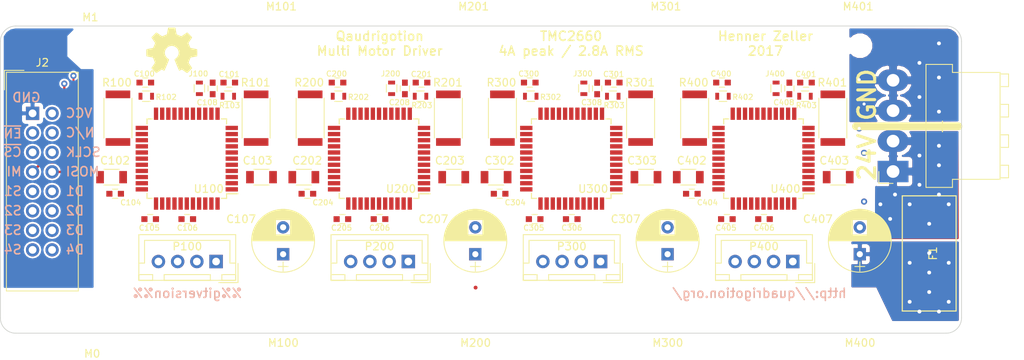
<source format=kicad_pcb>
(kicad_pcb (version 20171114) (host pcbnew "(2017-11-26 revision 48a37c299)-master")
  (layers (0 F.Cu signal) (1 In1.Cu signal) (2 In2.Cu signal) (31 B.Cu signal) (34 B.Paste user) (35 F.Paste user) (36 B.SilkS user) (37 F.SilkS user) (38 B.Mask user) (39 F.Mask user) (44 Edge.Cuts user))
  (net 0 "")
  (net 1 GND)
  (net 2 VMot)
  (net 3 VCC)
  (net 4 /TMC2660-100/BRA)
  (net 5 /TMC2660-100/BRB)
  (net 6 /TMC2660-100/A1)
  (net 7 /TMC2660-100/A2)
  (net 8 /TMC2660-100/B2)
  (net 9 /TMC2660-100/B1)
  (net 10 "Net-(C108-Pad1)")
  (net 11 "Net-(U100-Pad38)")
  (net 12 "Net-(U100-Pad43)")
  (net 13 /TMC2660-400/BRA)
  (net 14 /TMC2660-400/BRB)
  (net 15 /TMC2660-200/BRB)
  (net 16 /TMC2660-300/BRA)
  (net 17 /TMC2660-300/BRB)
  (net 18 /TMC2660-200/BRA)
  (net 19 /TMC2660-400/MISO)
  (net 20 /TMC2660-300/MISO)
  (net 21 /TMC2660-200/MISO)
  (net 22 SCLK)
  (net 23 CS)
  (net 24 ~ENABLE)
  (net 25 DIR1)
  (net 26 STEP1)
  (net 27 /TMC2660-200/A1)
  (net 28 /TMC2660-200/A2)
  (net 29 "Net-(C208-Pad1)")
  (net 30 /TMC2660-200/B2)
  (net 31 /TMC2660-200/B1)
  (net 32 "Net-(U200-Pad38)")
  (net 33 DIR2)
  (net 34 STEP2)
  (net 35 "Net-(U200-Pad43)")
  (net 36 "Net-(U300-Pad43)")
  (net 37 STEP3)
  (net 38 DIR3)
  (net 39 "Net-(U300-Pad38)")
  (net 40 /TMC2660-300/B1)
  (net 41 /TMC2660-300/B2)
  (net 42 "Net-(C308-Pad1)")
  (net 43 /TMC2660-300/A2)
  (net 44 /TMC2660-300/A1)
  (net 45 /TMC2660-400/A1)
  (net 46 /TMC2660-400/A2)
  (net 47 "Net-(C408-Pad1)")
  (net 48 /TMC2660-400/B2)
  (net 49 /TMC2660-400/B1)
  (net 50 "Net-(U400-Pad38)")
  (net 51 DIR4)
  (net 52 STEP4)
  (net 53 "Net-(U400-Pad43)")
  (net 54 "Net-(J2-Pad4)")
  (net 55 GLOBAL_MOSI)
  (net 56 GLOBAL_MISO)
  (net 57 /PowerIn)
  (net 58 "Net-(C401-Pad1)")
  (net 59 "Net-(C200-Pad2)")
  (net 60 "Net-(C400-Pad2)")
  (net 61 "Net-(C301-Pad1)")
  (net 62 "Net-(C300-Pad2)")
  (net 63 "Net-(C201-Pad1)")
  (net 64 "Net-(C100-Pad2)")
  (net 65 "Net-(C101-Pad1)")
  (net 66 /TMC2660-200/VHS)
  (net 67 /TMC2660-100/VHS)
  (net 68 /TMC2660-300/VHS)
  (net 69 /TMC2660-400/VHS)
  (module Fiducials:Fiducial_0.5mm_Dia_1mm_Outer (layer F.Cu) (at 150 94)
    (fp_text reference REF** hide)
    (fp_text value Fiducial_0.5mm_Dia_1mm_Outer hide)
    (pad ~ smd circle (at 0 0) (size 0.5 0.5) (layers F.Cu F.Mask) (clearance 0.25))
  )
  (module Symbols:OSHW-Symbol_6.7x6mm_SilkScreen (layer F.Cu) (at 110.4805 63.109)
    (fp_text reference REF*** hide)
    (fp_text value OSHW-Symbol_6.7x6mm_SilkScreen hide)
  )
  (module Capacitors_SMD:C_0603 (layer F.Cu) (at 132.68 85.08)
    (fp_text reference C205 (at -0.11 1.143) (layer F.SilkS) (effects (font (size 0.7 0.7) (thickness 0.12))))
    (fp_text value 100n)
    (pad 1 smd rect (at -0.75 0) (size 0.8 0.75) (layers F.Cu F.Paste F.Mask) (net 2 VMot))
    (pad 2 smd rect (at 0.75 0) (size 0.8 0.75) (layers F.Cu F.Paste F.Mask) (net 66 /TMC2660-200/VHS))
  )
  (module Capacitors_SMD:C_0603 (layer F.Cu) (at 128.125 81.778 180)
    (fp_text reference C204 (at -2.032 -1.143) (layer F.SilkS) (effects (font (size 0.7 0.7) (thickness 0.12))))
    (fp_text value 100n)
    (pad 2 smd rect (at 0.75 0 180) (size 0.8 0.75) (layers F.Cu F.Paste F.Mask) (net 1 GND))
    (pad 1 smd rect (at -0.75 0 180) (size 0.8 0.75) (layers F.Cu F.Paste F.Mask) (net 2 VMot))
  )
  (module Capacitors_SMD:C_0603 (layer F.Cu) (at 107.68 85.08)
    (fp_text reference C105 (at -0.11 1.143) (layer F.SilkS) (effects (font (size 0.7 0.7) (thickness 0.12))))
    (fp_text value 100n)
    (pad 1 smd rect (at -0.75 0) (size 0.8 0.75) (layers F.Cu F.Paste F.Mask) (net 2 VMot))
    (pad 2 smd rect (at 0.75 0) (size 0.8 0.75) (layers F.Cu F.Paste F.Mask) (net 67 /TMC2660-100/VHS))
  )
  (module Capacitors_SMD:C_0603 (layer F.Cu) (at 103.125 81.778 180)
    (fp_text reference C104 (at -2.032 -1.143) (layer F.SilkS) (effects (font (size 0.7 0.7) (thickness 0.12))))
    (fp_text value 100n)
    (pad 2 smd rect (at 0.75 0 180) (size 0.8 0.75) (layers F.Cu F.Paste F.Mask) (net 1 GND))
    (pad 1 smd rect (at -0.75 0 180) (size 0.8 0.75) (layers F.Cu F.Paste F.Mask) (net 2 VMot))
  )
  (module Capacitors_SMD:C_0603 (layer F.Cu) (at 153.125 81.778 180)
    (fp_text reference C304 (at -2.032 -1.143) (layer F.SilkS) (effects (font (size 0.7 0.7) (thickness 0.12))))
    (fp_text value 100n)
    (pad 1 smd rect (at -0.75 0 180) (size 0.8 0.75) (layers F.Cu F.Paste F.Mask) (net 2 VMot))
    (pad 2 smd rect (at 0.75 0 180) (size 0.8 0.75) (layers F.Cu F.Paste F.Mask) (net 1 GND))
  )
  (module Capacitors_SMD:C_0603 (layer F.Cu) (at 157.68 85.08)
    (fp_text reference C305 (at -0.11 1.143) (layer F.SilkS) (effects (font (size 0.7 0.7) (thickness 0.12))))
    (fp_text value 100n)
    (pad 2 smd rect (at 0.75 0) (size 0.8 0.75) (layers F.Cu F.Paste F.Mask) (net 68 /TMC2660-300/VHS))
    (pad 1 smd rect (at -0.75 0) (size 0.8 0.75) (layers F.Cu F.Paste F.Mask) (net 2 VMot))
  )
  (module Capacitors_SMD:C_0603 (layer F.Cu) (at 178.125 81.778 180)
    (fp_text reference C404 (at -2.032 -1.143) (layer F.SilkS) (effects (font (size 0.7 0.7) (thickness 0.12))))
    (fp_text value 100n)
    (pad 1 smd rect (at -0.75 0 180) (size 0.8 0.75) (layers F.Cu F.Paste F.Mask) (net 2 VMot))
    (pad 2 smd rect (at 0.75 0 180) (size 0.8 0.75) (layers F.Cu F.Paste F.Mask) (net 1 GND))
  )
  (module Capacitors_SMD:C_0603 (layer F.Cu) (at 182.68 85.08)
    (fp_text reference C405 (at -0.11 1.143) (layer F.SilkS) (effects (font (size 0.7 0.7) (thickness 0.12))))
    (fp_text value 100n)
    (pad 2 smd rect (at 0.75 0) (size 0.8 0.75) (layers F.Cu F.Paste F.Mask) (net 69 /TMC2660-400/VHS))
    (pad 1 smd rect (at -0.75 0) (size 0.8 0.75) (layers F.Cu F.Paste F.Mask) (net 2 VMot))
  )
  (module Capacitors_THT:CP_Radial_D8.0mm_P3.50mm (layer F.Cu) (at 174.969 89.652 90)
    (fp_text reference C307 (at 4.572 -5.461) (layer F.SilkS))
    (fp_text value 180u)
    (pad 2 thru_hole circle (at 3.5 0 90) (size 1.6 1.6) (drill 0.8) (layers *.Cu *.Mask) (net 1 GND))
    (pad 1 thru_hole rect (at 0 0 90) (size 1.6 1.6) (drill 0.8) (layers *.Cu *.Mask) (net 2 VMot))
  )
  (module Capacitors_THT:CP_Radial_D8.0mm_P3.50mm (layer F.Cu) (at 124.969 89.652 90)
    (fp_text reference C107 (at 4.572 -5.461) (layer F.SilkS))
    (fp_text value 180u)
    (pad 1 thru_hole rect (at 0 0 90) (size 1.6 1.6) (drill 0.8) (layers *.Cu *.Mask) (net 2 VMot))
    (pad 2 thru_hole circle (at 3.5 0 90) (size 1.6 1.6) (drill 0.8) (layers *.Cu *.Mask) (net 1 GND))
  )
  (module Capacitors_THT:CP_Radial_D8.0mm_P3.50mm (layer F.Cu) (at 149.969 89.652 90)
    (fp_text reference C207 (at 4.572 -5.461) (layer F.SilkS))
    (fp_text value 180u)
    (pad 2 thru_hole circle (at 3.5 0 90) (size 1.6 1.6) (drill 0.8) (layers *.Cu *.Mask) (net 1 GND))
    (pad 1 thru_hole rect (at 0 0 90) (size 1.6 1.6) (drill 0.8) (layers *.Cu *.Mask) (net 2 VMot))
  )
  (module Capacitors_THT:CP_Radial_D8.0mm_P3.50mm (layer F.Cu) (at 199.969 89.652 90)
    (fp_text reference C407 (at 4.572 -5.461) (layer F.SilkS))
    (fp_text value 180u)
    (pad 1 thru_hole rect (at 0 0 90) (size 1.6 1.6) (drill 0.8) (layers *.Cu *.Mask) (net 2 VMot))
    (pad 2 thru_hole circle (at 3.5 0 90) (size 1.6 1.6) (drill 0.8) (layers *.Cu *.Mask) (net 1 GND))
  )
  (module Capacitors_SMD:C_1206 (layer F.Cu) (at 102.6635 79.619 180)
    (fp_text reference C102 (at -0.4445 2.159) (layer F.SilkS))
    (fp_text value 10u)
    (pad 1 smd rect (at -1.5 0 180) (size 1 1.6) (layers F.Cu F.Paste F.Mask) (net 2 VMot))
    (pad 2 smd rect (at 1.5 0 180) (size 1 1.6) (layers F.Cu F.Paste F.Mask) (net 1 GND))
  )
  (module Resistors_SMD:R_2512 (layer F.Cu) (at 103.489 71.9355 90)
    (fp_text reference R100 (at 4.6355 -0.127) (layer F.SilkS))
    (fp_text value 0.075)
    (pad 1 smd rect (at -3.1 0 90) (size 1 3.2) (layers F.Cu F.Paste F.Mask) (net 5 /TMC2660-100/BRB))
    (pad 2 smd rect (at 3.1 0 90) (size 1 3.2) (layers F.Cu F.Paste F.Mask) (net 1 GND))
  )
  (module Capacitors_SMD:C_0603 (layer F.Cu) (at 157.045 67.3)
    (fp_text reference C300 (at -0.127 -1.143) (layer F.SilkS) (effects (font (size 0.7 0.7) (thickness 0.12))))
    (fp_text value 10n)
    (pad 1 smd rect (at -0.75 0) (size 0.8 0.75) (layers F.Cu F.Paste F.Mask) (net 1 GND))
    (pad 2 smd rect (at 0.75 0) (size 0.8 0.75) (layers F.Cu F.Paste F.Mask) (net 62 "Net-(C300-Pad2)"))
  )
  (module Capacitors_SMD:C_0603 (layer F.Cu) (at 112.506 85.08 180)
    (fp_text reference C106 (at -0.017 -1.143) (layer F.SilkS) (effects (font (size 0.7 0.7) (thickness 0.12))))
    (fp_text value 100n)
    (pad 2 smd rect (at 0.75 0 180) (size 0.8 0.75) (layers F.Cu F.Paste F.Mask) (net 1 GND))
    (pad 1 smd rect (at -0.75 0 180) (size 0.8 0.75) (layers F.Cu F.Paste F.Mask) (net 3 VCC))
  )
  (module Capacitors_SMD:C_0603 (layer F.Cu) (at 115.808 68.062 90)
    (fp_text reference C108 (at -1.8288 -0.7125) (layer F.SilkS) (effects (font (size 0.7 0.7) (thickness 0.12))))
    (fp_text value 470n)
    (pad 1 smd rect (at -0.75 0 90) (size 0.8 0.75) (layers F.Cu F.Paste F.Mask) (net 10 "Net-(C108-Pad1)"))
    (pad 2 smd rect (at 0.75 0 90) (size 0.8 0.75) (layers F.Cu F.Paste F.Mask) (net 1 GND))
  )
  (module Capacitors_SMD:C_0603 (layer F.Cu) (at 132.045 67.3)
    (fp_text reference C200 (at -0.127 -1.143) (layer F.SilkS) (effects (font (size 0.7 0.7) (thickness 0.12))))
    (fp_text value 10n)
    (pad 2 smd rect (at 0.75 0) (size 0.8 0.75) (layers F.Cu F.Paste F.Mask) (net 59 "Net-(C200-Pad2)"))
    (pad 1 smd rect (at -0.75 0) (size 0.8 0.75) (layers F.Cu F.Paste F.Mask) (net 1 GND))
  )
  (module Capacitors_SMD:C_0603 (layer F.Cu) (at 142.967 67.3)
    (fp_text reference C201 (at -0.014 -1.0922) (layer F.SilkS) (effects (font (size 0.7 0.7) (thickness 0.12))))
    (fp_text value 10n)
    (pad 1 smd rect (at -0.75 0) (size 0.8 0.75) (layers F.Cu F.Paste F.Mask) (net 63 "Net-(C201-Pad1)"))
    (pad 2 smd rect (at 0.75 0) (size 0.8 0.75) (layers F.Cu F.Paste F.Mask) (net 1 GND))
  )
  (module Capacitors_SMD:C_0603 (layer F.Cu) (at 117.967 67.3)
    (fp_text reference C101 (at -0.014 -1.0922) (layer F.SilkS) (effects (font (size 0.7 0.7) (thickness 0.12))))
    (fp_text value 10n)
    (pad 2 smd rect (at 0.75 0) (size 0.8 0.75) (layers F.Cu F.Paste F.Mask) (net 1 GND))
    (pad 1 smd rect (at -0.75 0) (size 0.8 0.75) (layers F.Cu F.Paste F.Mask) (net 65 "Net-(C101-Pad1)"))
  )
  (module Capacitors_SMD:C_0603 (layer F.Cu) (at 137.506 85.08 180)
    (fp_text reference C206 (at -0.017 -1.143) (layer F.SilkS) (effects (font (size 0.7 0.7) (thickness 0.12))))
    (fp_text value 100n)
    (pad 1 smd rect (at -0.75 0 180) (size 0.8 0.75) (layers F.Cu F.Paste F.Mask) (net 3 VCC))
    (pad 2 smd rect (at 0.75 0 180) (size 0.8 0.75) (layers F.Cu F.Paste F.Mask) (net 1 GND))
  )
  (module Capacitors_SMD:C_0603 (layer F.Cu) (at 140.808 68.062 90)
    (fp_text reference C208 (at -1.8288 -0.7125) (layer F.SilkS) (effects (font (size 0.7 0.7) (thickness 0.12))))
    (fp_text value 470n)
    (pad 2 smd rect (at 0.75 0 90) (size 0.8 0.75) (layers F.Cu F.Paste F.Mask) (net 1 GND))
    (pad 1 smd rect (at -0.75 0 90) (size 0.8 0.75) (layers F.Cu F.Paste F.Mask) (net 29 "Net-(C208-Pad1)"))
  )
  (module Capacitors_SMD:C_0603 (layer F.Cu) (at 107.045 67.3)
    (fp_text reference C100 (at -0.127 -1.143) (layer F.SilkS) (effects (font (size 0.7 0.7) (thickness 0.12))))
    (fp_text value 10n)
    (pad 1 smd rect (at -0.75 0) (size 0.8 0.75) (layers F.Cu F.Paste F.Mask) (net 1 GND))
    (pad 2 smd rect (at 0.75 0) (size 0.8 0.75) (layers F.Cu F.Paste F.Mask) (net 64 "Net-(C100-Pad2)"))
  )
  (module Capacitors_SMD:C_0603 (layer F.Cu) (at 167.967 67.3)
    (fp_text reference C301 (at -0.014 -1.0922) (layer F.SilkS) (effects (font (size 0.7 0.7) (thickness 0.12))))
    (fp_text value 10n)
    (pad 2 smd rect (at 0.75 0) (size 0.8 0.75) (layers F.Cu F.Paste F.Mask) (net 1 GND))
    (pad 1 smd rect (at -0.75 0) (size 0.8 0.75) (layers F.Cu F.Paste F.Mask) (net 61 "Net-(C301-Pad1)"))
  )
  (module Capacitors_SMD:C_0603 (layer F.Cu) (at 162.506 85.08 180)
    (fp_text reference C306 (at -0.017 -1.143) (layer F.SilkS) (effects (font (size 0.7 0.7) (thickness 0.12))))
    (fp_text value 100n)
    (pad 1 smd rect (at -0.75 0 180) (size 0.8 0.75) (layers F.Cu F.Paste F.Mask) (net 3 VCC))
    (pad 2 smd rect (at 0.75 0 180) (size 0.8 0.75) (layers F.Cu F.Paste F.Mask) (net 1 GND))
  )
  (module Capacitors_SMD:C_0603 (layer F.Cu) (at 165.808 68.062 90)
    (fp_text reference C308 (at -1.8288 -0.7125) (layer F.SilkS) (effects (font (size 0.7 0.7) (thickness 0.12))))
    (fp_text value 470n)
    (pad 2 smd rect (at 0.75 0 90) (size 0.8 0.75) (layers F.Cu F.Paste F.Mask) (net 1 GND))
    (pad 1 smd rect (at -0.75 0 90) (size 0.8 0.75) (layers F.Cu F.Paste F.Mask) (net 42 "Net-(C308-Pad1)"))
  )
  (module Capacitors_SMD:C_0603 (layer F.Cu) (at 182.045 67.3)
    (fp_text reference C400 (at -0.127 -1.143) (layer F.SilkS) (effects (font (size 0.7 0.7) (thickness 0.12))))
    (fp_text value 10n)
    (pad 1 smd rect (at -0.75 0) (size 0.8 0.75) (layers F.Cu F.Paste F.Mask) (net 1 GND))
    (pad 2 smd rect (at 0.75 0) (size 0.8 0.75) (layers F.Cu F.Paste F.Mask) (net 60 "Net-(C400-Pad2)"))
  )
  (module Capacitors_SMD:C_0603 (layer F.Cu) (at 192.967 67.3)
    (fp_text reference C401 (at -0.014 -1.0922) (layer F.SilkS) (effects (font (size 0.7 0.7) (thickness 0.12))))
    (fp_text value 10n)
    (pad 2 smd rect (at 0.75 0) (size 0.8 0.75) (layers F.Cu F.Paste F.Mask) (net 1 GND))
    (pad 1 smd rect (at -0.75 0) (size 0.8 0.75) (layers F.Cu F.Paste F.Mask) (net 58 "Net-(C401-Pad1)"))
  )
  (module Capacitors_SMD:C_0603 (layer F.Cu) (at 187.506 85.08 180)
    (fp_text reference C406 (at -0.017 -1.143) (layer F.SilkS) (effects (font (size 0.7 0.7) (thickness 0.12))))
    (fp_text value 100n)
    (pad 1 smd rect (at -0.75 0 180) (size 0.8 0.75) (layers F.Cu F.Paste F.Mask) (net 3 VCC))
    (pad 2 smd rect (at 0.75 0 180) (size 0.8 0.75) (layers F.Cu F.Paste F.Mask) (net 1 GND))
  )
  (module Capacitors_SMD:C_0603 (layer F.Cu) (at 190.808 68.062 90)
    (fp_text reference C408 (at -1.8288 -0.7125) (layer F.SilkS) (effects (font (size 0.7 0.7) (thickness 0.12))))
    (fp_text value 470n)
    (pad 2 smd rect (at 0.75 0 90) (size 0.8 0.75) (layers F.Cu F.Paste F.Mask) (net 1 GND))
    (pad 1 smd rect (at -0.75 0 90) (size 0.8 0.75) (layers F.Cu F.Paste F.Mask) (net 47 "Net-(C408-Pad1)"))
  )
  (module Capacitors_SMD:C_1206 (layer F.Cu) (at 127.6635 79.619 180)
    (fp_text reference C202 (at -0.4445 2.159) (layer F.SilkS))
    (fp_text value 10u)
    (pad 1 smd rect (at -1.5 0 180) (size 1 1.6) (layers F.Cu F.Paste F.Mask) (net 2 VMot))
    (pad 2 smd rect (at 1.5 0 180) (size 1 1.6) (layers F.Cu F.Paste F.Mask) (net 1 GND))
  )
  (module Capacitors_SMD:C_1206 (layer F.Cu) (at 147.158 79.619)
    (fp_text reference C203 (at -0.508 -2.159) (layer F.SilkS))
    (fp_text value 10u)
    (pad 2 smd rect (at 1.5 0) (size 1 1.6) (layers F.Cu F.Paste F.Mask) (net 1 GND))
    (pad 1 smd rect (at -1.5 0) (size 1 1.6) (layers F.Cu F.Paste F.Mask) (net 2 VMot))
  )
  (module Capacitors_SMD:C_1206 (layer F.Cu) (at 177.6635 79.619 180)
    (fp_text reference C402 (at -0.4445 2.159) (layer F.SilkS))
    (fp_text value 10u)
    (pad 1 smd rect (at -1.5 0 180) (size 1 1.6) (layers F.Cu F.Paste F.Mask) (net 2 VMot))
    (pad 2 smd rect (at 1.5 0 180) (size 1 1.6) (layers F.Cu F.Paste F.Mask) (net 1 GND))
  )
  (module Capacitors_SMD:C_1206 (layer F.Cu) (at 122.158 79.619)
    (fp_text reference C103 (at -0.508 -2.159) (layer F.SilkS))
    (fp_text value 10u)
    (pad 2 smd rect (at 1.5 0) (size 1 1.6) (layers F.Cu F.Paste F.Mask) (net 1 GND))
    (pad 1 smd rect (at -1.5 0) (size 1 1.6) (layers F.Cu F.Paste F.Mask) (net 2 VMot))
  )
  (module Capacitors_SMD:C_1206 (layer F.Cu) (at 152.6635 79.619 180)
    (fp_text reference C302 (at -0.4445 2.159) (layer F.SilkS))
    (fp_text value 10u)
    (pad 1 smd rect (at -1.5 0 180) (size 1 1.6) (layers F.Cu F.Paste F.Mask) (net 2 VMot))
    (pad 2 smd rect (at 1.5 0 180) (size 1 1.6) (layers F.Cu F.Paste F.Mask) (net 1 GND))
  )
  (module Capacitors_SMD:C_1206 (layer F.Cu) (at 172.158 79.619)
    (fp_text reference C303 (at -0.508 -2.159) (layer F.SilkS))
    (fp_text value 10u)
    (pad 2 smd rect (at 1.5 0) (size 1 1.6) (layers F.Cu F.Paste F.Mask) (net 1 GND))
    (pad 1 smd rect (at -1.5 0) (size 1 1.6) (layers F.Cu F.Paste F.Mask) (net 2 VMot))
  )
  (module Capacitors_SMD:C_1206 (layer F.Cu) (at 197.158 79.619)
    (fp_text reference C403 (at -0.508 -2.159) (layer F.SilkS))
    (fp_text value 10u)
    (pad 1 smd rect (at -1.5 0) (size 1 1.6) (layers F.Cu F.Paste F.Mask) (net 2 VMot))
    (pad 2 smd rect (at 1.5 0) (size 1 1.6) (layers F.Cu F.Paste F.Mask) (net 1 GND))
  )
  (module Connectors_JST:JST_XH_B04B-XH-A_04x2.50mm_Straight (layer F.Cu) (at 141.2525 90.6045 180)
    (fp_text reference P200 (at 3.7465 1.9685) (layer F.SilkS))
    (fp_text value Motor)
    (pad 4 thru_hole circle (at 7.5 0 180) (size 1.75 1.75) (drill 1) (layers *.Cu *.Mask) (net 30 /TMC2660-200/B2))
    (pad 3 thru_hole circle (at 5 0 180) (size 1.75 1.75) (drill 1) (layers *.Cu *.Mask) (net 31 /TMC2660-200/B1))
    (pad 2 thru_hole circle (at 2.5 0 180) (size 1.75 1.75) (drill 1) (layers *.Cu *.Mask) (net 27 /TMC2660-200/A1))
    (pad 1 thru_hole rect (at 0 0 180) (size 1.75 1.75) (drill 1) (layers *.Cu *.Mask) (net 28 /TMC2660-200/A2))
  )
  (module Connectors_JST:JST_XH_B04B-XH-A_04x2.50mm_Straight (layer F.Cu) (at 116.2525 90.6045 180)
    (fp_text reference P100 (at 3.7465 1.9685) (layer F.SilkS))
    (fp_text value Motor)
    (pad 1 thru_hole rect (at 0 0 180) (size 1.75 1.75) (drill 1) (layers *.Cu *.Mask) (net 7 /TMC2660-100/A2))
    (pad 2 thru_hole circle (at 2.5 0 180) (size 1.75 1.75) (drill 1) (layers *.Cu *.Mask) (net 6 /TMC2660-100/A1))
    (pad 3 thru_hole circle (at 5 0 180) (size 1.75 1.75) (drill 1) (layers *.Cu *.Mask) (net 9 /TMC2660-100/B1))
    (pad 4 thru_hole circle (at 7.5 0 180) (size 1.75 1.75) (drill 1) (layers *.Cu *.Mask) (net 8 /TMC2660-100/B2))
  )
  (module Connectors_JST:JST_XH_B04B-XH-A_04x2.50mm_Straight (layer F.Cu) (at 166.2525 90.6045 180)
    (fp_text reference P300 (at 3.7465 1.9685) (layer F.SilkS))
    (fp_text value Motor)
    (pad 4 thru_hole circle (at 7.5 0 180) (size 1.75 1.75) (drill 1) (layers *.Cu *.Mask) (net 41 /TMC2660-300/B2))
    (pad 3 thru_hole circle (at 5 0 180) (size 1.75 1.75) (drill 1) (layers *.Cu *.Mask) (net 40 /TMC2660-300/B1))
    (pad 2 thru_hole circle (at 2.5 0 180) (size 1.75 1.75) (drill 1) (layers *.Cu *.Mask) (net 44 /TMC2660-300/A1))
    (pad 1 thru_hole rect (at 0 0 180) (size 1.75 1.75) (drill 1) (layers *.Cu *.Mask) (net 43 /TMC2660-300/A2))
  )
  (module Connectors_JST:JST_XH_B04B-XH-A_04x2.50mm_Straight (layer F.Cu) (at 191.2525 90.6045 180)
    (fp_text reference P400 (at 3.7465 1.9685) (layer F.SilkS))
    (fp_text value Motor)
    (pad 1 thru_hole rect (at 0 0 180) (size 1.75 1.75) (drill 1) (layers *.Cu *.Mask) (net 46 /TMC2660-400/A2))
    (pad 2 thru_hole circle (at 2.5 0 180) (size 1.75 1.75) (drill 1) (layers *.Cu *.Mask) (net 45 /TMC2660-400/A1))
    (pad 3 thru_hole circle (at 5 0 180) (size 1.75 1.75) (drill 1) (layers *.Cu *.Mask) (net 49 /TMC2660-400/B1))
    (pad 4 thru_hole circle (at 7.5 0 180) (size 1.75 1.75) (drill 1) (layers *.Cu *.Mask) (net 48 /TMC2660-400/B2))
  )
  (module Housings_QFP:LQFP-44_10x10mm_Pitch0.8mm (layer F.Cu) (at 187.4425 77.206 180)
    (fp_text reference U400 (at -2.8575 -3.937) (layer F.SilkS))
    (fp_text value TMC2660)
    (pad 44 smd rect (at -4 -5.85 270) (size 1.6 0.56) (layers F.Cu F.Paste F.Mask) (net 1 GND))
    (pad 43 smd rect (at -3.2 -5.85 270) (size 1.6 0.56) (layers F.Cu F.Paste F.Mask) (net 53 "Net-(U400-Pad43)"))
    (pad 42 smd rect (at -2.4 -5.85 270) (size 1.6 0.56) (layers F.Cu F.Paste F.Mask) (net 52 STEP4))
    (pad 41 smd rect (at -1.6 -5.85 270) (size 1.6 0.56) (layers F.Cu F.Paste F.Mask) (net 51 DIR4))
    (pad 40 smd rect (at -0.8 -5.85 270) (size 1.6 0.56) (layers F.Cu F.Paste F.Mask) (net 3 VCC))
    (pad 39 smd rect (at 0 -5.85 270) (size 1.6 0.56) (layers F.Cu F.Paste F.Mask) (net 1 GND))
    (pad 38 smd rect (at 0.8 -5.85 270) (size 1.6 0.56) (layers F.Cu F.Paste F.Mask) (net 50 "Net-(U400-Pad38)"))
    (pad 37 smd rect (at 1.6 -5.85 270) (size 1.6 0.56) (layers F.Cu F.Paste F.Mask))
    (pad 36 smd rect (at 2.4 -5.85 270) (size 1.6 0.56) (layers F.Cu F.Paste F.Mask) (net 2 VMot))
    (pad 35 smd rect (at 3.2 -5.85 270) (size 1.6 0.56) (layers F.Cu F.Paste F.Mask) (net 69 /TMC2660-400/VHS))
    (pad 34 smd rect (at 4 -5.85 270) (size 1.6 0.56) (layers F.Cu F.Paste F.Mask))
    (pad 33 smd rect (at 5.85 -4 180) (size 1.6 0.56) (layers F.Cu F.Paste F.Mask) (net 2 VMot))
    (pad 32 smd rect (at 5.85 -3.2 180) (size 1.6 0.56) (layers F.Cu F.Paste F.Mask) (net 49 /TMC2660-400/B1))
    (pad 31 smd rect (at 5.85 -2.4 180) (size 1.6 0.56) (layers F.Cu F.Paste F.Mask) (net 49 /TMC2660-400/B1))
    (pad 30 smd rect (at 5.85 -1.6 180) (size 1.6 0.56) (layers F.Cu F.Paste F.Mask) (net 2 VMot))
    (pad 29 smd rect (at 5.85 -0.8 180) (size 1.6 0.56) (layers F.Cu F.Paste F.Mask) (net 48 /TMC2660-400/B2))
    (pad 28 smd rect (at 5.85 0 180) (size 1.6 0.56) (layers F.Cu F.Paste F.Mask) (net 48 /TMC2660-400/B2))
    (pad 27 smd rect (at 5.85 0.8 180) (size 1.6 0.56) (layers F.Cu F.Paste F.Mask) (net 49 /TMC2660-400/B1))
    (pad 26 smd rect (at 5.85 1.6 180) (size 1.6 0.56) (layers F.Cu F.Paste F.Mask) (net 49 /TMC2660-400/B1))
    (pad 25 smd rect (at 5.85 2.4 180) (size 1.6 0.56) (layers F.Cu F.Paste F.Mask) (net 14 /TMC2660-400/BRB))
    (pad 24 smd rect (at 5.85 3.2 180) (size 1.6 0.56) (layers F.Cu F.Paste F.Mask) (net 48 /TMC2660-400/B2))
    (pad 23 smd rect (at 5.85 4 180) (size 1.6 0.56) (layers F.Cu F.Paste F.Mask) (net 48 /TMC2660-400/B2))
    (pad 22 smd rect (at 4 5.85 270) (size 1.6 0.56) (layers F.Cu F.Paste F.Mask) (net 60 "Net-(C400-Pad2)"))
    (pad 21 smd rect (at 3.2 5.85 270) (size 1.6 0.56) (layers F.Cu F.Paste F.Mask) (net 1 GND))
    (pad 20 smd rect (at 2.4 5.85 270) (size 1.6 0.56) (layers F.Cu F.Paste F.Mask))
    (pad 19 smd rect (at 1.6 5.85 270) (size 1.6 0.56) (layers F.Cu F.Paste F.Mask) (net 24 ~ENABLE))
    (pad 18 smd rect (at 0.8 5.85 270) (size 1.6 0.56) (layers F.Cu F.Paste F.Mask) (net 23 CS))
    (pad 17 smd rect (at 0 5.85 270) (size 1.6 0.56) (layers F.Cu F.Paste F.Mask) (net 1 GND))
    (pad 16 smd rect (at -0.8 5.85 270) (size 1.6 0.56) (layers F.Cu F.Paste F.Mask) (net 22 SCLK))
    (pad 15 smd rect (at -1.6 5.85 270) (size 1.6 0.56) (layers F.Cu F.Paste F.Mask) (net 55 GLOBAL_MOSI))
    (pad 14 smd rect (at -2.4 5.85 270) (size 1.6 0.56) (layers F.Cu F.Paste F.Mask) (net 19 /TMC2660-400/MISO))
    (pad 13 smd rect (at -3.2 5.85 270) (size 1.6 0.56) (layers F.Cu F.Paste F.Mask) (net 47 "Net-(C408-Pad1)"))
    (pad 12 smd rect (at -4 5.85 270) (size 1.6 0.56) (layers F.Cu F.Paste F.Mask) (net 58 "Net-(C401-Pad1)"))
    (pad 11 smd rect (at -5.85 4 180) (size 1.6 0.56) (layers F.Cu F.Paste F.Mask) (net 46 /TMC2660-400/A2))
    (pad 10 smd rect (at -5.85 3.2 180) (size 1.6 0.56) (layers F.Cu F.Paste F.Mask) (net 46 /TMC2660-400/A2))
    (pad 9 smd rect (at -5.85 2.4 180) (size 1.6 0.56) (layers F.Cu F.Paste F.Mask) (net 13 /TMC2660-400/BRA))
    (pad 8 smd rect (at -5.85 1.6 180) (size 1.6 0.56) (layers F.Cu F.Paste F.Mask) (net 45 /TMC2660-400/A1))
    (pad 7 smd rect (at -5.85 0.8 180) (size 1.6 0.56) (layers F.Cu F.Paste F.Mask) (net 45 /TMC2660-400/A1))
    (pad 6 smd rect (at -5.85 0 180) (size 1.6 0.56) (layers F.Cu F.Paste F.Mask) (net 46 /TMC2660-400/A2))
    (pad 5 smd rect (at -5.85 -0.8 180) (size 1.6 0.56) (layers F.Cu F.Paste F.Mask) (net 46 /TMC2660-400/A2))
    (pad 4 smd rect (at -5.85 -1.6 180) (size 1.6 0.56) (layers F.Cu F.Paste F.Mask) (net 2 VMot))
    (pad 3 smd rect (at -5.85 -2.4 180) (size 1.6 0.56) (layers F.Cu F.Paste F.Mask) (net 45 /TMC2660-400/A1))
    (pad 2 smd rect (at -5.85 -3.2 180) (size 1.6 0.56) (layers F.Cu F.Paste F.Mask) (net 45 /TMC2660-400/A1))
    (pad 1 smd rect (at -5.85 -4 180) (size 1.6 0.56) (layers F.Cu F.Paste F.Mask) (net 1 GND))
  )
  (module Housings_QFP:LQFP-44_10x10mm_Pitch0.8mm (layer F.Cu) (at 162.4425 77.206 180)
    (fp_text reference U300 (at -2.8575 -3.937) (layer F.SilkS))
    (fp_text value TMC2660)
    (pad 1 smd rect (at -5.85 -4 180) (size 1.6 0.56) (layers F.Cu F.Paste F.Mask) (net 1 GND))
    (pad 2 smd rect (at -5.85 -3.2 180) (size 1.6 0.56) (layers F.Cu F.Paste F.Mask) (net 44 /TMC2660-300/A1))
    (pad 3 smd rect (at -5.85 -2.4 180) (size 1.6 0.56) (layers F.Cu F.Paste F.Mask) (net 44 /TMC2660-300/A1))
    (pad 4 smd rect (at -5.85 -1.6 180) (size 1.6 0.56) (layers F.Cu F.Paste F.Mask) (net 2 VMot))
    (pad 5 smd rect (at -5.85 -0.8 180) (size 1.6 0.56) (layers F.Cu F.Paste F.Mask) (net 43 /TMC2660-300/A2))
    (pad 6 smd rect (at -5.85 0 180) (size 1.6 0.56) (layers F.Cu F.Paste F.Mask) (net 43 /TMC2660-300/A2))
    (pad 7 smd rect (at -5.85 0.8 180) (size 1.6 0.56) (layers F.Cu F.Paste F.Mask) (net 44 /TMC2660-300/A1))
    (pad 8 smd rect (at -5.85 1.6 180) (size 1.6 0.56) (layers F.Cu F.Paste F.Mask) (net 44 /TMC2660-300/A1))
    (pad 9 smd rect (at -5.85 2.4 180) (size 1.6 0.56) (layers F.Cu F.Paste F.Mask) (net 16 /TMC2660-300/BRA))
    (pad 10 smd rect (at -5.85 3.2 180) (size 1.6 0.56) (layers F.Cu F.Paste F.Mask) (net 43 /TMC2660-300/A2))
    (pad 11 smd rect (at -5.85 4 180) (size 1.6 0.56) (layers F.Cu F.Paste F.Mask) (net 43 /TMC2660-300/A2))
    (pad 12 smd rect (at -4 5.85 270) (size 1.6 0.56) (layers F.Cu F.Paste F.Mask) (net 61 "Net-(C301-Pad1)"))
    (pad 13 smd rect (at -3.2 5.85 270) (size 1.6 0.56) (layers F.Cu F.Paste F.Mask) (net 42 "Net-(C308-Pad1)"))
    (pad 14 smd rect (at -2.4 5.85 270) (size 1.6 0.56) (layers F.Cu F.Paste F.Mask) (net 20 /TMC2660-300/MISO))
    (pad 15 smd rect (at -1.6 5.85 270) (size 1.6 0.56) (layers F.Cu F.Paste F.Mask) (net 19 /TMC2660-400/MISO))
    (pad 16 smd rect (at -0.8 5.85 270) (size 1.6 0.56) (layers F.Cu F.Paste F.Mask) (net 22 SCLK))
    (pad 17 smd rect (at 0 5.85 270) (size 1.6 0.56) (layers F.Cu F.Paste F.Mask) (net 1 GND))
    (pad 18 smd rect (at 0.8 5.85 270) (size 1.6 0.56) (layers F.Cu F.Paste F.Mask) (net 23 CS))
    (pad 19 smd rect (at 1.6 5.85 270) (size 1.6 0.56) (layers F.Cu F.Paste F.Mask) (net 24 ~ENABLE))
    (pad 20 smd rect (at 2.4 5.85 270) (size 1.6 0.56) (layers F.Cu F.Paste F.Mask))
    (pad 21 smd rect (at 3.2 5.85 270) (size 1.6 0.56) (layers F.Cu F.Paste F.Mask) (net 1 GND))
    (pad 22 smd rect (at 4 5.85 270) (size 1.6 0.56) (layers F.Cu F.Paste F.Mask) (net 62 "Net-(C300-Pad2)"))
    (pad 23 smd rect (at 5.85 4 180) (size 1.6 0.56) (layers F.Cu F.Paste F.Mask) (net 41 /TMC2660-300/B2))
    (pad 24 smd rect (at 5.85 3.2 180) (size 1.6 0.56) (layers F.Cu F.Paste F.Mask) (net 41 /TMC2660-300/B2))
    (pad 25 smd rect (at 5.85 2.4 180) (size 1.6 0.56) (layers F.Cu F.Paste F.Mask) (net 17 /TMC2660-300/BRB))
    (pad 26 smd rect (at 5.85 1.6 180) (size 1.6 0.56) (layers F.Cu F.Paste F.Mask) (net 40 /TMC2660-300/B1))
    (pad 27 smd rect (at 5.85 0.8 180) (size 1.6 0.56) (layers F.Cu F.Paste F.Mask) (net 40 /TMC2660-300/B1))
    (pad 28 smd rect (at 5.85 0 180) (size 1.6 0.56) (layers F.Cu F.Paste F.Mask) (net 41 /TMC2660-300/B2))
    (pad 29 smd rect (at 5.85 -0.8 180) (size 1.6 0.56) (layers F.Cu F.Paste F.Mask) (net 41 /TMC2660-300/B2))
    (pad 30 smd rect (at 5.85 -1.6 180) (size 1.6 0.56) (layers F.Cu F.Paste F.Mask) (net 2 VMot))
    (pad 31 smd rect (at 5.85 -2.4 180) (size 1.6 0.56) (layers F.Cu F.Paste F.Mask) (net 40 /TMC2660-300/B1))
    (pad 32 smd rect (at 5.85 -3.2 180) (size 1.6 0.56) (layers F.Cu F.Paste F.Mask) (net 40 /TMC2660-300/B1))
    (pad 33 smd rect (at 5.85 -4 180) (size 1.6 0.56) (layers F.Cu F.Paste F.Mask) (net 2 VMot))
    (pad 34 smd rect (at 4 -5.85 270) (size 1.6 0.56) (layers F.Cu F.Paste F.Mask))
    (pad 35 smd rect (at 3.2 -5.85 270) (size 1.6 0.56) (layers F.Cu F.Paste F.Mask) (net 68 /TMC2660-300/VHS))
    (pad 36 smd rect (at 2.4 -5.85 270) (size 1.6 0.56) (layers F.Cu F.Paste F.Mask) (net 2 VMot))
    (pad 37 smd rect (at 1.6 -5.85 270) (size 1.6 0.56) (layers F.Cu F.Paste F.Mask))
    (pad 38 smd rect (at 0.8 -5.85 270) (size 1.6 0.56) (layers F.Cu F.Paste F.Mask) (net 39 "Net-(U300-Pad38)"))
    (pad 39 smd rect (at 0 -5.85 270) (size 1.6 0.56) (layers F.Cu F.Paste F.Mask) (net 1 GND))
    (pad 40 smd rect (at -0.8 -5.85 270) (size 1.6 0.56) (layers F.Cu F.Paste F.Mask) (net 3 VCC))
    (pad 41 smd rect (at -1.6 -5.85 270) (size 1.6 0.56) (layers F.Cu F.Paste F.Mask) (net 38 DIR3))
    (pad 42 smd rect (at -2.4 -5.85 270) (size 1.6 0.56) (layers F.Cu F.Paste F.Mask) (net 37 STEP3))
    (pad 43 smd rect (at -3.2 -5.85 270) (size 1.6 0.56) (layers F.Cu F.Paste F.Mask) (net 36 "Net-(U300-Pad43)"))
    (pad 44 smd rect (at -4 -5.85 270) (size 1.6 0.56) (layers F.Cu F.Paste F.Mask) (net 1 GND))
  )
  (module Housings_QFP:LQFP-44_10x10mm_Pitch0.8mm (layer F.Cu) (at 112.4425 77.206 180)
    (fp_text reference U100 (at -2.8575 -3.937) (layer F.SilkS))
    (fp_text value TMC2660)
    (pad 44 smd rect (at -4 -5.85 270) (size 1.6 0.56) (layers F.Cu F.Paste F.Mask) (net 1 GND))
    (pad 43 smd rect (at -3.2 -5.85 270) (size 1.6 0.56) (layers F.Cu F.Paste F.Mask) (net 12 "Net-(U100-Pad43)"))
    (pad 42 smd rect (at -2.4 -5.85 270) (size 1.6 0.56) (layers F.Cu F.Paste F.Mask) (net 26 STEP1))
    (pad 41 smd rect (at -1.6 -5.85 270) (size 1.6 0.56) (layers F.Cu F.Paste F.Mask) (net 25 DIR1))
    (pad 40 smd rect (at -0.8 -5.85 270) (size 1.6 0.56) (layers F.Cu F.Paste F.Mask) (net 3 VCC))
    (pad 39 smd rect (at 0 -5.85 270) (size 1.6 0.56) (layers F.Cu F.Paste F.Mask) (net 1 GND))
    (pad 38 smd rect (at 0.8 -5.85 270) (size 1.6 0.56) (layers F.Cu F.Paste F.Mask) (net 11 "Net-(U100-Pad38)"))
    (pad 37 smd rect (at 1.6 -5.85 270) (size 1.6 0.56) (layers F.Cu F.Paste F.Mask))
    (pad 36 smd rect (at 2.4 -5.85 270) (size 1.6 0.56) (layers F.Cu F.Paste F.Mask) (net 2 VMot))
    (pad 35 smd rect (at 3.2 -5.85 270) (size 1.6 0.56) (layers F.Cu F.Paste F.Mask) (net 67 /TMC2660-100/VHS))
    (pad 34 smd rect (at 4 -5.85 270) (size 1.6 0.56) (layers F.Cu F.Paste F.Mask))
    (pad 33 smd rect (at 5.85 -4 180) (size 1.6 0.56) (layers F.Cu F.Paste F.Mask) (net 2 VMot))
    (pad 32 smd rect (at 5.85 -3.2 180) (size 1.6 0.56) (layers F.Cu F.Paste F.Mask) (net 9 /TMC2660-100/B1))
    (pad 31 smd rect (at 5.85 -2.4 180) (size 1.6 0.56) (layers F.Cu F.Paste F.Mask) (net 9 /TMC2660-100/B1))
    (pad 30 smd rect (at 5.85 -1.6 180) (size 1.6 0.56) (layers F.Cu F.Paste F.Mask) (net 2 VMot))
    (pad 29 smd rect (at 5.85 -0.8 180) (size 1.6 0.56) (layers F.Cu F.Paste F.Mask) (net 8 /TMC2660-100/B2))
    (pad 28 smd rect (at 5.85 0 180) (size 1.6 0.56) (layers F.Cu F.Paste F.Mask) (net 8 /TMC2660-100/B2))
    (pad 27 smd rect (at 5.85 0.8 180) (size 1.6 0.56) (layers F.Cu F.Paste F.Mask) (net 9 /TMC2660-100/B1))
    (pad 26 smd rect (at 5.85 1.6 180) (size 1.6 0.56) (layers F.Cu F.Paste F.Mask) (net 9 /TMC2660-100/B1))
    (pad 25 smd rect (at 5.85 2.4 180) (size 1.6 0.56) (layers F.Cu F.Paste F.Mask) (net 5 /TMC2660-100/BRB))
    (pad 24 smd rect (at 5.85 3.2 180) (size 1.6 0.56) (layers F.Cu F.Paste F.Mask) (net 8 /TMC2660-100/B2))
    (pad 23 smd rect (at 5.85 4 180) (size 1.6 0.56) (layers F.Cu F.Paste F.Mask) (net 8 /TMC2660-100/B2))
    (pad 22 smd rect (at 4 5.85 270) (size 1.6 0.56) (layers F.Cu F.Paste F.Mask) (net 64 "Net-(C100-Pad2)"))
    (pad 21 smd rect (at 3.2 5.85 270) (size 1.6 0.56) (layers F.Cu F.Paste F.Mask) (net 1 GND))
    (pad 20 smd rect (at 2.4 5.85 270) (size 1.6 0.56) (layers F.Cu F.Paste F.Mask))
    (pad 19 smd rect (at 1.6 5.85 270) (size 1.6 0.56) (layers F.Cu F.Paste F.Mask) (net 24 ~ENABLE))
    (pad 18 smd rect (at 0.8 5.85 270) (size 1.6 0.56) (layers F.Cu F.Paste F.Mask) (net 23 CS))
    (pad 17 smd rect (at 0 5.85 270) (size 1.6 0.56) (layers F.Cu F.Paste F.Mask) (net 1 GND))
    (pad 16 smd rect (at -0.8 5.85 270) (size 1.6 0.56) (layers F.Cu F.Paste F.Mask) (net 22 SCLK))
    (pad 15 smd rect (at -1.6 5.85 270) (size 1.6 0.56) (layers F.Cu F.Paste F.Mask) (net 21 /TMC2660-200/MISO))
    (pad 14 smd rect (at -2.4 5.85 270) (size 1.6 0.56) (layers F.Cu F.Paste F.Mask) (net 56 GLOBAL_MISO))
    (pad 13 smd rect (at -3.2 5.85 270) (size 1.6 0.56) (layers F.Cu F.Paste F.Mask) (net 10 "Net-(C108-Pad1)"))
    (pad 12 smd rect (at -4 5.85 270) (size 1.6 0.56) (layers F.Cu F.Paste F.Mask) (net 65 "Net-(C101-Pad1)"))
    (pad 11 smd rect (at -5.85 4 180) (size 1.6 0.56) (layers F.Cu F.Paste F.Mask) (net 7 /TMC2660-100/A2))
    (pad 10 smd rect (at -5.85 3.2 180) (size 1.6 0.56) (layers F.Cu F.Paste F.Mask) (net 7 /TMC2660-100/A2))
    (pad 9 smd rect (at -5.85 2.4 180) (size 1.6 0.56) (layers F.Cu F.Paste F.Mask) (net 4 /TMC2660-100/BRA))
    (pad 8 smd rect (at -5.85 1.6 180) (size 1.6 0.56) (layers F.Cu F.Paste F.Mask) (net 6 /TMC2660-100/A1))
    (pad 7 smd rect (at -5.85 0.8 180) (size 1.6 0.56) (layers F.Cu F.Paste F.Mask) (net 6 /TMC2660-100/A1))
    (pad 6 smd rect (at -5.85 0 180) (size 1.6 0.56) (layers F.Cu F.Paste F.Mask) (net 7 /TMC2660-100/A2))
    (pad 5 smd rect (at -5.85 -0.8 180) (size 1.6 0.56) (layers F.Cu F.Paste F.Mask) (net 7 /TMC2660-100/A2))
    (pad 4 smd rect (at -5.85 -1.6 180) (size 1.6 0.56) (layers F.Cu F.Paste F.Mask) (net 2 VMot))
    (pad 3 smd rect (at -5.85 -2.4 180) (size 1.6 0.56) (layers F.Cu F.Paste F.Mask) (net 6 /TMC2660-100/A1))
    (pad 2 smd rect (at -5.85 -3.2 180) (size 1.6 0.56) (layers F.Cu F.Paste F.Mask) (net 6 /TMC2660-100/A1))
    (pad 1 smd rect (at -5.85 -4 180) (size 1.6 0.56) (layers F.Cu F.Paste F.Mask) (net 1 GND))
  )
  (module Housings_QFP:LQFP-44_10x10mm_Pitch0.8mm (layer F.Cu) (at 137.4425 77.206 180)
    (fp_text reference U200 (at -2.8575 -3.937) (layer F.SilkS))
    (fp_text value TMC2660)
    (pad 1 smd rect (at -5.85 -4 180) (size 1.6 0.56) (layers F.Cu F.Paste F.Mask) (net 1 GND))
    (pad 2 smd rect (at -5.85 -3.2 180) (size 1.6 0.56) (layers F.Cu F.Paste F.Mask) (net 27 /TMC2660-200/A1))
    (pad 3 smd rect (at -5.85 -2.4 180) (size 1.6 0.56) (layers F.Cu F.Paste F.Mask) (net 27 /TMC2660-200/A1))
    (pad 4 smd rect (at -5.85 -1.6 180) (size 1.6 0.56) (layers F.Cu F.Paste F.Mask) (net 2 VMot))
    (pad 5 smd rect (at -5.85 -0.8 180) (size 1.6 0.56) (layers F.Cu F.Paste F.Mask) (net 28 /TMC2660-200/A2))
    (pad 6 smd rect (at -5.85 0 180) (size 1.6 0.56) (layers F.Cu F.Paste F.Mask) (net 28 /TMC2660-200/A2))
    (pad 7 smd rect (at -5.85 0.8 180) (size 1.6 0.56) (layers F.Cu F.Paste F.Mask) (net 27 /TMC2660-200/A1))
    (pad 8 smd rect (at -5.85 1.6 180) (size 1.6 0.56) (layers F.Cu F.Paste F.Mask) (net 27 /TMC2660-200/A1))
    (pad 9 smd rect (at -5.85 2.4 180) (size 1.6 0.56) (layers F.Cu F.Paste F.Mask) (net 18 /TMC2660-200/BRA))
    (pad 10 smd rect (at -5.85 3.2 180) (size 1.6 0.56) (layers F.Cu F.Paste F.Mask) (net 28 /TMC2660-200/A2))
    (pad 11 smd rect (at -5.85 4 180) (size 1.6 0.56) (layers F.Cu F.Paste F.Mask) (net 28 /TMC2660-200/A2))
    (pad 12 smd rect (at -4 5.85 270) (size 1.6 0.56) (layers F.Cu F.Paste F.Mask) (net 63 "Net-(C201-Pad1)"))
    (pad 13 smd rect (at -3.2 5.85 270) (size 1.6 0.56) (layers F.Cu F.Paste F.Mask) (net 29 "Net-(C208-Pad1)"))
    (pad 14 smd rect (at -2.4 5.85 270) (size 1.6 0.56) (layers F.Cu F.Paste F.Mask) (net 21 /TMC2660-200/MISO))
    (pad 15 smd rect (at -1.6 5.85 270) (size 1.6 0.56) (layers F.Cu F.Paste F.Mask) (net 20 /TMC2660-300/MISO))
    (pad 16 smd rect (at -0.8 5.85 270) (size 1.6 0.56) (layers F.Cu F.Paste F.Mask) (net 22 SCLK))
    (pad 17 smd rect (at 0 5.85 270) (size 1.6 0.56) (layers F.Cu F.Paste F.Mask) (net 1 GND))
    (pad 18 smd rect (at 0.8 5.85 270) (size 1.6 0.56) (layers F.Cu F.Paste F.Mask) (net 23 CS))
    (pad 19 smd rect (at 1.6 5.85 270) (size 1.6 0.56) (layers F.Cu F.Paste F.Mask) (net 24 ~ENABLE))
    (pad 20 smd rect (at 2.4 5.85 270) (size 1.6 0.56) (layers F.Cu F.Paste F.Mask))
    (pad 21 smd rect (at 3.2 5.85 270) (size 1.6 0.56) (layers F.Cu F.Paste F.Mask) (net 1 GND))
    (pad 22 smd rect (at 4 5.85 270) (size 1.6 0.56) (layers F.Cu F.Paste F.Mask) (net 59 "Net-(C200-Pad2)"))
    (pad 23 smd rect (at 5.85 4 180) (size 1.6 0.56) (layers F.Cu F.Paste F.Mask) (net 30 /TMC2660-200/B2))
    (pad 24 smd rect (at 5.85 3.2 180) (size 1.6 0.56) (layers F.Cu F.Paste F.Mask) (net 30 /TMC2660-200/B2))
    (pad 25 smd rect (at 5.85 2.4 180) (size 1.6 0.56) (layers F.Cu F.Paste F.Mask) (net 15 /TMC2660-200/BRB))
    (pad 26 smd rect (at 5.85 1.6 180) (size 1.6 0.56) (layers F.Cu F.Paste F.Mask) (net 31 /TMC2660-200/B1))
    (pad 27 smd rect (at 5.85 0.8 180) (size 1.6 0.56) (layers F.Cu F.Paste F.Mask) (net 31 /TMC2660-200/B1))
    (pad 28 smd rect (at 5.85 0 180) (size 1.6 0.56) (layers F.Cu F.Paste F.Mask) (net 30 /TMC2660-200/B2))
    (pad 29 smd rect (at 5.85 -0.8 180) (size 1.6 0.56) (layers F.Cu F.Paste F.Mask) (net 30 /TMC2660-200/B2))
    (pad 30 smd rect (at 5.85 -1.6 180) (size 1.6 0.56) (layers F.Cu F.Paste F.Mask) (net 2 VMot))
    (pad 31 smd rect (at 5.85 -2.4 180) (size 1.6 0.56) (layers F.Cu F.Paste F.Mask) (net 31 /TMC2660-200/B1))
    (pad 32 smd rect (at 5.85 -3.2 180) (size 1.6 0.56) (layers F.Cu F.Paste F.Mask) (net 31 /TMC2660-200/B1))
    (pad 33 smd rect (at 5.85 -4 180) (size 1.6 0.56) (layers F.Cu F.Paste F.Mask) (net 2 VMot))
    (pad 34 smd rect (at 4 -5.85 270) (size 1.6 0.56) (layers F.Cu F.Paste F.Mask))
    (pad 35 smd rect (at 3.2 -5.85 270) (size 1.6 0.56) (layers F.Cu F.Paste F.Mask) (net 66 /TMC2660-200/VHS))
    (pad 36 smd rect (at 2.4 -5.85 270) (size 1.6 0.56) (layers F.Cu F.Paste F.Mask) (net 2 VMot))
    (pad 37 smd rect (at 1.6 -5.85 270) (size 1.6 0.56) (layers F.Cu F.Paste F.Mask))
    (pad 38 smd rect (at 0.8 -5.85 270) (size 1.6 0.56) (layers F.Cu F.Paste F.Mask) (net 32 "Net-(U200-Pad38)"))
    (pad 39 smd rect (at 0 -5.85 270) (size 1.6 0.56) (layers F.Cu F.Paste F.Mask) (net 1 GND))
    (pad 40 smd rect (at -0.8 -5.85 270) (size 1.6 0.56) (layers F.Cu F.Paste F.Mask) (net 3 VCC))
    (pad 41 smd rect (at -1.6 -5.85 270) (size 1.6 0.56) (layers F.Cu F.Paste F.Mask) (net 33 DIR2))
    (pad 42 smd rect (at -2.4 -5.85 270) (size 1.6 0.56) (layers F.Cu F.Paste F.Mask) (net 34 STEP2))
    (pad 43 smd rect (at -3.2 -5.85 270) (size 1.6 0.56) (layers F.Cu F.Paste F.Mask) (net 35 "Net-(U200-Pad43)"))
    (pad 44 smd rect (at -4 -5.85 270) (size 1.6 0.56) (layers F.Cu F.Paste F.Mask) (net 1 GND))
  )
  (module Mounting_Holes:MountingHole_2.7mm_M2.5 (layer F.Cu) (at 175 62.5 180)
    (fp_text reference M301 (at 0.254 5.106) (layer F.SilkS))
    (fp_text value Mount)
    (pad 1 np_thru_hole circle (at 0 0 180) (size 2.7 2.7) (drill 2.7) (layers *.Cu *.Mask))
  )
  (module Mounting_Holes:MountingHole_2.7mm_M2.5 (layer F.Cu) (at 125 97.5 180)
    (fp_text reference M100 (at 0 -3.7) (layer F.SilkS))
    (fp_text value Mount)
    (pad 1 np_thru_hole circle (at 0 0 180) (size 2.7 2.7) (drill 2.7) (layers *.Cu *.Mask))
  )
  (module Mounting_Holes:MountingHole_2.7mm_M2.5 (layer F.Cu) (at 150 97.5 180)
    (fp_text reference M200 (at 0 -3.7) (layer F.SilkS))
    (fp_text value Mount)
    (pad 1 np_thru_hole circle (at 0 0 180) (size 2.7 2.7) (drill 2.7) (layers *.Cu *.Mask))
  )
  (module Mounting_Holes:MountingHole_2.7mm_M2.5 (layer F.Cu) (at 150 62.5 180)
    (fp_text reference M201 (at 0.254 5.106) (layer F.SilkS))
    (fp_text value Mount)
    (pad 1 np_thru_hole circle (at 0 0 180) (size 2.7 2.7) (drill 2.7) (layers *.Cu *.Mask))
  )
  (module Mounting_Holes:MountingHole_2.7mm_M2.5 (layer F.Cu) (at 175 97.5 180)
    (fp_text reference M300 (at 0 -3.7) (layer F.SilkS))
    (fp_text value Mount)
    (pad 1 np_thru_hole circle (at 0 0 180) (size 2.7 2.7) (drill 2.7) (layers *.Cu *.Mask))
  )
  (module Mounting_Holes:MountingHole_2.7mm_M2.5 (layer F.Cu) (at 200 97.5 180)
    (fp_text reference M400 (at 0 -3.7) (layer F.SilkS))
    (fp_text value Mount)
    (pad 1 np_thru_hole circle (at 0 0 180) (size 2.7 2.7) (drill 2.7) (layers *.Cu *.Mask))
  )
  (module Mounting_Holes:MountingHole_2.7mm_M2.5 (layer F.Cu) (at 200 62.5 180)
    (fp_text reference M401 (at 0.254 5.106) (layer F.SilkS))
    (fp_text value Mount)
    (pad 1 np_thru_hole circle (at 0 0 180) (size 2.7 2.7) (drill 2.7) (layers *.Cu *.Mask))
  )
  (module Mounting_Holes:MountingHole_2.7mm_M2.5 (layer F.Cu) (at 125 62.5 180)
    (fp_text reference M101 (at 0.254 5.106) (layer F.SilkS))
    (fp_text value Mount)
    (pad 1 np_thru_hole circle (at 0 0 180) (size 2.7 2.7) (drill 2.7) (layers *.Cu *.Mask))
  )
  (module Resistors_SMD:R_0603 (layer F.Cu) (at 117.84 69.078)
    (fp_text reference R103 (at 0.1765 1.1938) (layer F.SilkS) (effects (font (size 0.7 0.7) (thickness 0.12))))
    (fp_text value 10R)
    (pad 2 smd rect (at 0.75 0) (size 0.5 0.9) (layers F.Cu F.Paste F.Mask) (net 4 /TMC2660-100/BRA))
    (pad 1 smd rect (at -0.75 0) (size 0.5 0.9) (layers F.Cu F.Paste F.Mask) (net 65 "Net-(C101-Pad1)"))
  )
  (module Resistors_SMD:R_0603 (layer F.Cu) (at 114.0795 68.0493 270)
    (fp_text reference J100 (at -1.905 0.127) (layer F.SilkS) (effects (font (size 0.7 0.7) (thickness 0.12))))
    (fp_text value 0R)
    (pad 1 smd rect (at -0.75 0 270) (size 0.5 0.9) (layers F.Cu F.Paste F.Mask) (net 55 GLOBAL_MOSI))
    (pad 2 smd rect (at 0.75 0 270) (size 0.5 0.9) (layers F.Cu F.Paste F.Mask) (net 21 /TMC2660-200/MISO))
  )
  (module Resistors_SMD:R_0603 (layer F.Cu) (at 139.0795 68.0493 270)
    (fp_text reference J200 (at -1.905 0.127) (layer F.SilkS) (effects (font (size 0.7 0.7) (thickness 0.12))))
    (fp_text value 0R)
    (pad 2 smd rect (at 0.75 0 270) (size 0.5 0.9) (layers F.Cu F.Paste F.Mask) (net 20 /TMC2660-300/MISO))
    (pad 1 smd rect (at -0.75 0 270) (size 0.5 0.9) (layers F.Cu F.Paste F.Mask) (net 55 GLOBAL_MOSI))
  )
  (module Resistors_SMD:R_0603 (layer F.Cu) (at 164.0795 68.0493 270)
    (fp_text reference J300 (at -1.905 0.127) (layer F.SilkS) (effects (font (size 0.7 0.7) (thickness 0.12))))
    (fp_text value 0R)
    (pad 1 smd rect (at -0.75 0 270) (size 0.5 0.9) (layers F.Cu F.Paste F.Mask) (net 55 GLOBAL_MOSI))
    (pad 2 smd rect (at 0.75 0 270) (size 0.5 0.9) (layers F.Cu F.Paste F.Mask) (net 19 /TMC2660-400/MISO))
  )
  (module Resistors_SMD:R_0603 (layer F.Cu) (at 189.0795 68.0493 270)
    (fp_text reference J400 (at -1.905 0.127) (layer F.SilkS) (effects (font (size 0.7 0.7) (thickness 0.12))))
    (fp_text value 0R)
    (pad 2 smd rect (at 0.75 0 270) (size 0.5 0.9) (layers F.Cu F.Paste F.Mask) (net 55 GLOBAL_MOSI))
    (pad 1 smd rect (at -0.75 0 270) (size 0.5 0.9) (layers F.Cu F.Paste F.Mask) (net 55 GLOBAL_MOSI))
  )
  (module Resistors_SMD:R_0603 (layer F.Cu) (at 107.172 69.078)
    (fp_text reference R102 (at 2.5895 0.1143) (layer F.SilkS) (effects (font (size 0.7 0.7) (thickness 0.12))))
    (fp_text value 10R)
    (pad 1 smd rect (at -0.75 0) (size 0.5 0.9) (layers F.Cu F.Paste F.Mask) (net 5 /TMC2660-100/BRB))
    (pad 2 smd rect (at 0.75 0) (size 0.5 0.9) (layers F.Cu F.Paste F.Mask) (net 64 "Net-(C100-Pad2)"))
  )
  (module Resistors_SMD:R_0603 (layer F.Cu) (at 142.84 69.078)
    (fp_text reference R203 (at 0.1765 1.1938) (layer F.SilkS) (effects (font (size 0.7 0.7) (thickness 0.12))))
    (fp_text value 10R)
    (pad 2 smd rect (at 0.75 0) (size 0.5 0.9) (layers F.Cu F.Paste F.Mask) (net 18 /TMC2660-200/BRA))
    (pad 1 smd rect (at -0.75 0) (size 0.5 0.9) (layers F.Cu F.Paste F.Mask) (net 63 "Net-(C201-Pad1)"))
  )
  (module Resistors_SMD:R_0603 (layer F.Cu) (at 157.172 69.078)
    (fp_text reference R302 (at 2.5895 0.1143) (layer F.SilkS) (effects (font (size 0.7 0.7) (thickness 0.12))))
    (fp_text value 10R)
    (pad 1 smd rect (at -0.75 0) (size 0.5 0.9) (layers F.Cu F.Paste F.Mask) (net 17 /TMC2660-300/BRB))
    (pad 2 smd rect (at 0.75 0) (size 0.5 0.9) (layers F.Cu F.Paste F.Mask) (net 62 "Net-(C300-Pad2)"))
  )
  (module Resistors_SMD:R_0603 (layer F.Cu) (at 167.84 69.078)
    (fp_text reference R303 (at 0.1765 1.1938) (layer F.SilkS) (effects (font (size 0.7 0.7) (thickness 0.12))))
    (fp_text value 10R)
    (pad 2 smd rect (at 0.75 0) (size 0.5 0.9) (layers F.Cu F.Paste F.Mask) (net 16 /TMC2660-300/BRA))
    (pad 1 smd rect (at -0.75 0) (size 0.5 0.9) (layers F.Cu F.Paste F.Mask) (net 61 "Net-(C301-Pad1)"))
  )
  (module Resistors_SMD:R_0603 (layer F.Cu) (at 182.172 69.078)
    (fp_text reference R402 (at 2.5895 0.1143) (layer F.SilkS) (effects (font (size 0.7 0.7) (thickness 0.12))))
    (fp_text value 10R)
    (pad 1 smd rect (at -0.75 0) (size 0.5 0.9) (layers F.Cu F.Paste F.Mask) (net 14 /TMC2660-400/BRB))
    (pad 2 smd rect (at 0.75 0) (size 0.5 0.9) (layers F.Cu F.Paste F.Mask) (net 60 "Net-(C400-Pad2)"))
  )
  (module Resistors_SMD:R_0603 (layer F.Cu) (at 132.172 69.078)
    (fp_text reference R202 (at 2.5895 0.1143) (layer F.SilkS) (effects (font (size 0.7 0.7) (thickness 0.12))))
    (fp_text value 10R)
    (pad 2 smd rect (at 0.75 0) (size 0.5 0.9) (layers F.Cu F.Paste F.Mask) (net 59 "Net-(C200-Pad2)"))
    (pad 1 smd rect (at -0.75 0) (size 0.5 0.9) (layers F.Cu F.Paste F.Mask) (net 15 /TMC2660-200/BRB))
  )
  (module Resistors_SMD:R_0603 (layer F.Cu) (at 192.84 69.078)
    (fp_text reference R403 (at 0.1765 1.1938) (layer F.SilkS) (effects (font (size 0.7 0.7) (thickness 0.12))))
    (fp_text value 10R)
    (pad 1 smd rect (at -0.75 0) (size 0.5 0.9) (layers F.Cu F.Paste F.Mask) (net 58 "Net-(C401-Pad1)"))
    (pad 2 smd rect (at 0.75 0) (size 0.5 0.9) (layers F.Cu F.Paste F.Mask) (net 13 /TMC2660-400/BRA))
  )
  (module Resistors_SMD:R_2512 (layer F.Cu) (at 146.4595 71.9355 90)
    (fp_text reference R201 (at 4.6355 -0.0635) (layer F.SilkS))
    (fp_text value 0.075)
    (pad 1 smd rect (at -3.1 0 90) (size 1 3.2) (layers F.Cu F.Paste F.Mask) (net 18 /TMC2660-200/BRA))
    (pad 2 smd rect (at 3.1 0 90) (size 1 3.2) (layers F.Cu F.Paste F.Mask) (net 1 GND))
  )
  (module Resistors_SMD:R_2512 (layer F.Cu) (at 153.489 71.9355 90)
    (fp_text reference R300 (at 4.6355 -0.127) (layer F.SilkS))
    (fp_text value 0.075)
    (pad 2 smd rect (at 3.1 0 90) (size 1 3.2) (layers F.Cu F.Paste F.Mask) (net 1 GND))
    (pad 1 smd rect (at -3.1 0 90) (size 1 3.2) (layers F.Cu F.Paste F.Mask) (net 17 /TMC2660-300/BRB))
  )
  (module Resistors_SMD:R_2512 (layer F.Cu) (at 171.4595 71.9355 90)
    (fp_text reference R301 (at 4.6355 -0.0635) (layer F.SilkS))
    (fp_text value 0.075)
    (pad 1 smd rect (at -3.1 0 90) (size 1 3.2) (layers F.Cu F.Paste F.Mask) (net 16 /TMC2660-300/BRA))
    (pad 2 smd rect (at 3.1 0 90) (size 1 3.2) (layers F.Cu F.Paste F.Mask) (net 1 GND))
  )
  (module Resistors_SMD:R_2512 (layer F.Cu) (at 128.489 71.9355 90)
    (fp_text reference R200 (at 4.6355 -0.127) (layer F.SilkS))
    (fp_text value 0.075)
    (pad 2 smd rect (at 3.1 0 90) (size 1 3.2) (layers F.Cu F.Paste F.Mask) (net 1 GND))
    (pad 1 smd rect (at -3.1 0 90) (size 1 3.2) (layers F.Cu F.Paste F.Mask) (net 15 /TMC2660-200/BRB))
  )
  (module Resistors_SMD:R_2512 (layer F.Cu) (at 178.489 71.9355 90)
    (fp_text reference R400 (at 4.6355 -0.127) (layer F.SilkS))
    (fp_text value 0.075)
    (pad 1 smd rect (at -3.1 0 90) (size 1 3.2) (layers F.Cu F.Paste F.Mask) (net 14 /TMC2660-400/BRB))
    (pad 2 smd rect (at 3.1 0 90) (size 1 3.2) (layers F.Cu F.Paste F.Mask) (net 1 GND))
  )
  (module Resistors_SMD:R_2512 (layer F.Cu) (at 196.4595 71.9355 90)
    (fp_text reference R401 (at 4.6355 -0.0635) (layer F.SilkS))
    (fp_text value 0.075)
    (pad 2 smd rect (at 3.1 0 90) (size 1 3.2) (layers F.Cu F.Paste F.Mask) (net 1 GND))
    (pad 1 smd rect (at -3.1 0 90) (size 1 3.2) (layers F.Cu F.Paste F.Mask) (net 13 /TMC2660-400/BRA))
  )
  (module Resistors_SMD:R_2512 (layer F.Cu) (at 121.4595 71.9355 90)
    (fp_text reference R101 (at 4.6355 -0.0635) (layer F.SilkS))
    (fp_text value 0.075)
    (pad 1 smd rect (at -3.1 0 90) (size 1 3.2) (layers F.Cu F.Paste F.Mask) (net 4 /TMC2660-100/BRA))
    (pad 2 smd rect (at 3.1 0 90) (size 1 3.2) (layers F.Cu F.Paste F.Mask) (net 1 GND))
  )
  (module Quadrigotion:BladeFuse-Mini_Keystone-3586 (layer F.Cu) (at 208.993 89.551 90)
    (fp_text reference F1 (at 0 0.5 90) (layer F.SilkS))
    (fp_text value Fuse)
    (pad 1 smd rect (at -6.3 0 90) (size 1.7 1.7) (layers F.Cu F.Paste F.Mask) (net 2 VMot))
    (pad 2 smd rect (at 6.3 0 90) (size 1.7 1.7) (layers F.Cu F.Paste F.Mask) (net 57 /PowerIn))
    (pad 2 smd rect (at 4 2.45 90) (size 2.7 1.7) (layers F.Cu F.Paste F.Mask) (net 57 /PowerIn))
    (pad 2 smd rect (at 4 -2.45 90) (size 2.7 1.7) (layers F.Cu F.Paste F.Mask) (net 57 /PowerIn))
    (pad 1 smd rect (at -4 -2.45 90) (size 2.7 1.7) (layers F.Cu F.Paste F.Mask) (net 2 VMot))
    (pad 1 smd rect (at -4 2.45 90) (size 2.7 1.7) (layers F.Cu F.Paste F.Mask) (net 2 VMot))
  )
  (module Fiducials:Fiducial_0.5mm_Dia_1mm_Outer (layer F.Cu) (at 206.8975 62.5)
    (fp_text reference REF** hide)
    (fp_text value Fiducial_0.5mm_Dia_1mm_Outer hide)
    (pad ~ smd circle (at 0 0) (size 0.5 0.5) (layers F.Cu F.Mask) (clearance 0.25))
  )
  (module Fiducials:Fiducial_0.5mm_Dia_1mm_Outer (layer F.Cu) (at 99.9 66.5)
    (fp_text reference REF** hide)
    (fp_text value Fiducial_0.5mm_Dia_1mm_Outer hide)
    (pad ~ smd circle (at 0 0) (size 0.5 0.5) (layers F.Cu F.Mask) (clearance 0.25))
  )
  (module Mounting_Holes:MountingHole_2.7mm_M2.5 (layer F.Cu) (at 100 97.5)
    (fp_text reference M0 (at 0.1365 5.106) (layer F.SilkS))
    (fp_text value Mount)
    (pad 1 np_thru_hole circle (at 0 0) (size 2.7 2.7) (drill 2.7) (layers *.Cu *.Mask))
  )
  (module Mounting_Holes:MountingHole_2.7mm_M2.5 (layer F.Cu) (at 99.9 62.5)
    (fp_text reference M1 (at 0 -3.7) (layer F.SilkS))
    (fp_text value Mount)
    (pad 1 np_thru_hole circle (at 0 0) (size 2.7 2.7) (drill 2.7) (layers *.Cu *.Mask))
  )
  (module Connectors_IDC:IDC-Header_2x08_Pitch2.54mm_Straight (layer F.Cu) (at 92.3845 71.307)
    (fp_text reference J2 (at 1.27 -6.604) (layer F.SilkS))
    (fp_text value DataIn)
    (pad 1 thru_hole rect (at 0 0) (size 1.7272 1.7272) (drill 1.016) (layers *.Cu *.Mask) (net 1 GND))
    (pad 2 thru_hole oval (at 2.54 0) (size 1.7272 1.7272) (drill 1.016) (layers *.Cu *.Mask) (net 3 VCC))
    (pad 3 thru_hole oval (at 0 2.54) (size 1.7272 1.7272) (drill 1.016) (layers *.Cu *.Mask) (net 24 ~ENABLE))
    (pad 4 thru_hole oval (at 2.54 2.54) (size 1.7272 1.7272) (drill 1.016) (layers *.Cu *.Mask) (net 54 "Net-(J2-Pad4)"))
    (pad 5 thru_hole oval (at 0 5.08) (size 1.7272 1.7272) (drill 1.016) (layers *.Cu *.Mask) (net 23 CS))
    (pad 6 thru_hole oval (at 2.54 5.08) (size 1.7272 1.7272) (drill 1.016) (layers *.Cu *.Mask) (net 22 SCLK))
    (pad 7 thru_hole oval (at 0 7.62) (size 1.7272 1.7272) (drill 1.016) (layers *.Cu *.Mask) (net 56 GLOBAL_MISO))
    (pad 8 thru_hole oval (at 2.54 7.62) (size 1.7272 1.7272) (drill 1.016) (layers *.Cu *.Mask) (net 55 GLOBAL_MOSI))
    (pad 9 thru_hole oval (at 0 10.16) (size 1.7272 1.7272) (drill 1.016) (layers *.Cu *.Mask) (net 26 STEP1))
    (pad 10 thru_hole oval (at 2.54 10.16) (size 1.7272 1.7272) (drill 1.016) (layers *.Cu *.Mask) (net 25 DIR1))
    (pad 11 thru_hole oval (at 0 12.7) (size 1.7272 1.7272) (drill 1.016) (layers *.Cu *.Mask) (net 34 STEP2))
    (pad 12 thru_hole oval (at 2.54 12.7) (size 1.7272 1.7272) (drill 1.016) (layers *.Cu *.Mask) (net 33 DIR2))
    (pad 13 thru_hole oval (at 0 15.24) (size 1.7272 1.7272) (drill 1.016) (layers *.Cu *.Mask) (net 37 STEP3))
    (pad 14 thru_hole oval (at 2.54 15.24) (size 1.7272 1.7272) (drill 1.016) (layers *.Cu *.Mask) (net 38 DIR3))
    (pad 15 thru_hole oval (at 0 17.78) (size 1.7272 1.7272) (drill 1.016) (layers *.Cu *.Mask) (net 52 STEP4))
    (pad 16 thru_hole oval (at 2.54 17.78) (size 1.7272 1.7272) (drill 1.016) (layers *.Cu *.Mask) (net 51 DIR4))
  )
  (module Connectors_JST:JST_VH_B4PS-VH_2x4x3.96mm_Horizontal (layer F.Cu) (at 204.294 78.883 90)
    (fp_text reference J1 (at 5.892 5.969 90) (layer F.SilkS))
    (fp_text value Power)
    (pad 1 thru_hole rect (at 0 0 90) (size 2.8 4) (drill 1.65) (layers *.Cu *.Mask) (net 57 /PowerIn))
    (pad 2 thru_hole oval (at 3.96 0 90) (size 2.8 4) (drill 1.65) (layers *.Cu *.Mask) (net 57 /PowerIn))
    (pad 3 thru_hole oval (at 7.92 0 90) (size 2.8 4) (drill 1.65) (layers *.Cu *.Mask) (net 1 GND))
    (pad 4 thru_hole oval (at 11.88 0 90) (size 2.8 4) (drill 1.65) (layers *.Cu *.Mask) (net 1 GND))
  )
  (gr_text "Henner Zeller\n2017" (at 187.6965 62.22) (layer F.SilkS) (effects (font (size 1.2 1.2) (thickness 0.2))))
  (gr_text "TMC2660\n4A peak / 2.8A RMS" (at 162.4235 62.22) (layer F.SilkS) (effects (font (size 1.2 1.2) (thickness 0.2))))
  (gr_text "Qaudrigotion\nMulti Motor Driver" (at 137.5315 62.22) (layer F.SilkS) (effects (font (size 1.2 1.2) (thickness 0.2))))
  (gr_text GND (at 200.9031 68.8889 90) (layer F.SilkS) (effects (font (size 2.2 2.2) (thickness 0.4))))
  (gr_text 24V (at 200.9031 77.0169 90) (layer F.SilkS) (effects (font (size 2.2 2.2) (thickness 0.4))))
  (gr_text http://quadrigotion.org/ (at 198.3645 94.732) (layer B.SilkS) (effects (font (size 1.2 1.2) (thickness 0.2)) (justify left mirror)))
  (gr_text %%gitversion%% (at 112.5125 94.732) (layer B.SilkS) (effects (font (size 1.2 1.2) (thickness 0.2)) (justify mirror)))
  (gr_arc (start 211.2 61.934) (end 213.2 61.934) (angle -90) (layer Edge.Cuts) (width 0.1))
  (gr_arc (start 90.2 61.934) (end 90.2 59.934) (angle -90) (layer Edge.Cuts) (width 0.1))
  (gr_arc (start 211.2 97.939) (end 211.2 99.939) (angle -90) (layer Edge.Cuts) (width 0.1))
  (gr_arc (start 90.2 97.939) (end 88.2 97.939) (angle -90) (layer Edge.Cuts) (width 0.1))
  (gr_text VCC (at 96.586 71.2765) (layer B.SilkS) (effects (font (size 1.2 1.2) (thickness 0.2)) (justify right mirror)))
  (gr_text N/C (at 96.586 73.8165) (layer B.SilkS) (effects (font (size 1.2 1.2) (thickness 0.2)) (justify right mirror)))
  (gr_text SCLK (at 96.586 76.3565) (layer B.SilkS) (effects (font (size 1.2 1.2) (thickness 0.2)) (justify right mirror)))
  (gr_text MOSI (at 96.586 78.8965) (layer B.SilkS) (effects (font (size 1.2 1.2) (thickness 0.2)) (justify right mirror)))
  (gr_text D1 (at 96.586 81.4365) (layer B.SilkS) (effects (font (size 1.2 1.2) (thickness 0.2)) (justify right mirror)))
  (gr_text D2 (at 96.586 83.9765) (layer B.SilkS) (effects (font (size 1.2 1.2) (thickness 0.2)) (justify right mirror)))
  (gr_text D3 (at 96.586 86.5165) (layer B.SilkS) (effects (font (size 1.2 1.2) (thickness 0.2)) (justify right mirror)))
  (gr_text D4 (at 96.586 89.0565) (layer B.SilkS) (effects (font (size 1.2 1.2) (thickness 0.2)) (justify right mirror)))
  (gr_text S4 (at 91.086 89.0565) (layer B.SilkS) (effects (font (size 1.2 1.2) (thickness 0.2)) (justify left mirror)))
  (gr_text S3 (at 91.086 86.5165) (layer B.SilkS) (effects (font (size 1.2 1.2) (thickness 0.2)) (justify left mirror)))
  (gr_text S2 (at 91.086 83.9765) (layer B.SilkS) (effects (font (size 1.2 1.2) (thickness 0.2)) (justify left mirror)))
  (gr_text S1 (at 91.086 81.4365) (layer B.SilkS) (effects (font (size 1.2 1.2) (thickness 0.2)) (justify left mirror)))
  (gr_text MI (at 91.086 78.8965) (layer B.SilkS) (effects (font (size 1.2 1.2) (thickness 0.2)) (justify left mirror)))
  (gr_text ~CS (at 91.086 76.3565) (layer B.SilkS) (effects (font (size 1.2 1.2) (thickness 0.2)) (justify left mirror)))
  (gr_text ~EN (at 91.086 73.9435) (layer B.SilkS) (effects (font (size 1.2 1.2) (thickness 0.2)) (justify left mirror)))
  (gr_text GND (at 91.5815 69.2445) (layer B.SilkS) (effects (font (size 1.2 1.2) (thickness 0.2)) (justify mirror)))
  (gr_line (start 199.468 72.991) (end 212.803 72.991) (layer F.SilkS) (width 1))
  (gr_line (start 213.2 61.934) (end 213.2 97.939) (layer Edge.Cuts) (width 0.1))
  (gr_line (start 90.2 59.934) (end 211.2 59.934) (layer Edge.Cuts) (width 0.1))
  (gr_line (start 88.2 97.939) (end 88.2 61.934) (layer Edge.Cuts) (width 0.1))
  (gr_line (start 211.2 99.939) (end 90.2 99.939) (layer Edge.Cuts) (width 0.1))
  (via (at 199.8885 66.919) (size 0.8) (drill 0.4) (layers F.Cu B.Cu) (net 1))
  (via (at 200.5235 70.094) (size 0.8) (drill 0.4) (layers F.Cu B.Cu) (net 1))
  (via (at 199.8885 73.269) (size 0.8) (drill 0.4) (layers F.Cu B.Cu) (net 1))
  (via (at 200.5235 76.444) (size 0.8) (drill 0.4) (layers F.Cu B.Cu) (net 1))
  (via (at 200.5235 82.794) (size 0.8) (drill 0.4) (layers F.Cu B.Cu) (net 1))
  (via (at 210.263 62.196) (size 0.9) (drill 0.5) (layers F.Cu B.Cu) (net 1))
  (via (at 207.723 64.736) (size 0.9) (drill 0.5) (layers F.Cu B.Cu) (net 1))
  (via (at 210.263 71.086) (size 0.9) (drill 0.5) (layers F.Cu B.Cu) (net 1))
  (via (at 210.263 66.641) (size 0.9) (drill 0.5) (layers F.Cu B.Cu) (net 1))
  (via (at 207.723 69.181) (size 0.9) (drill 0.5) (layers F.Cu B.Cu) (net 1))
  (via (at 206.453 95.851) (size 0.9) (drill 0.5) (layers F.Cu B.Cu) (net 2))
  (via (at 206.453 90.771) (size 0.9) (drill 0.5) (layers F.Cu B.Cu) (net 2))
  (via (at 207.723 97.121) (size 0.9) (drill 0.5) (layers F.Cu B.Cu) (net 2))
  (via (at 210.263 97.121) (size 0.9) (drill 0.5) (layers F.Cu B.Cu) (net 2))
  (via (at 211.533 95.851) (size 0.9) (drill 0.5) (layers F.Cu B.Cu) (net 2))
  (via (at 208.993 94.581) (size 0.9) (drill 0.5) (layers F.Cu B.Cu) (net 2))
  (via (at 208.993 92.041) (size 0.9) (drill 0.5) (layers F.Cu B.Cu) (net 2))
  (via (at 211.533 90.771) (size 0.9) (drill 0.5) (layers F.Cu B.Cu) (net 2))
  (via (at 208.993 89.501) (size 0.9) (drill 0.5) (layers F.Cu B.Cu) (net 2))
  (segment (start 97.7235 77.349314) (end 96.145814 78.927) (width 0.3) (layer F.Cu) (net 55))
  (segment (start 96.145814 78.927) (end 94.9245 78.927) (width 0.3) (layer F.Cu) (net 55))
  (segment (start 97.7235 75.493) (end 97.7235 77.349314) (width 0.3) (layer F.Cu) (net 55))
  (via (at 97.703275 66.40901) (size 0.8) (drill 0.4) (layers F.Cu B.Cu) (net 55))
  (segment (start 97.7235 75.493) (end 97.703275 75.472775) (width 0.25) (layer F.Cu) (net 55))
  (segment (start 97.703275 66.974695) (end 97.703275 66.40901) (width 0.25) (layer F.Cu) (net 55))
  (segment (start 97.703275 75.472775) (end 97.703275 66.974695) (width 0.25) (layer F.Cu) (net 55))
  (segment (start 93.0671 78.2444) (end 92.3845 78.927) (width 0.3) (layer F.Cu) (net 56))
  (segment (start 93.248099 78.063401) (end 93.0671 78.2444) (width 0.3) (layer F.Cu) (net 56))
  (segment (start 96.058601 77.703399) (end 93.608101 77.703399) (width 0.3) (layer F.Cu) (net 56))
  (segment (start 96.5145 77.2475) (end 96.058601 77.703399) (width 0.3) (layer F.Cu) (net 56))
  (segment (start 93.608101 77.703399) (end 93.0671 78.2444) (width 0.3) (layer F.Cu) (net 56))
  (segment (start 96.5145 67.439) (end 96.5145 77.2475) (width 0.3) (layer F.Cu) (net 56))
  (via (at 96.5145 67.439) (size 0.8) (drill 0.4) (layers F.Cu B.Cu) (net 56))
  (via (at 202.643 83.151) (size 0.9) (drill 0.5) (layers F.Cu B.Cu) (net 57))
  (via (at 203.913 85.056) (size 0.9) (drill 0.5) (layers F.Cu B.Cu) (net 57))
  (via (at 204.548 81.881) (size 0.9) (drill 0.5) (layers F.Cu B.Cu) (net 57))
  (via (at 208.993 85.691) (size 0.9) (drill 0.5) (layers F.Cu B.Cu) (net 57))
  (via (at 211.533 83.151) (size 0.9) (drill 0.5) (layers F.Cu B.Cu) (net 57))
  (via (at 206.453 83.151) (size 0.9) (drill 0.5) (layers F.Cu B.Cu) (net 57))
  (via (at 210.263 81.881) (size 0.9) (drill 0.5) (layers F.Cu B.Cu) (net 57))
  (via (at 207.723 80.611) (size 0.9) (drill 0.5) (layers F.Cu B.Cu) (net 57))
  (via (at 210.263 78.071) (size 0.9) (drill 0.5) (layers F.Cu B.Cu) (net 57))
  (via (at 210.263 75.531) (size 0.9) (drill 0.5) (layers F.Cu B.Cu) (net 57))
  (via (at 207.723 76.801) (size 0.9) (drill 0.5) (layers F.Cu B.Cu) (net 57))
  (zone (net 0) (net_name "") (layers F&B.Cu) (connect_pads (clearance 0.5)) (min_thickness 0.254)
    (keepout (tracks not_allowed) (vias not_allowed) (copperpour not_allowed))
    (fill yes (arc_segments 16) (thermal_gap 0.508) (thermal_bridge_width 0.508))
    (polygon (pts (xy 103.0045 61.227) (xy 101.2265 59.449) (xy 98.6865 59.449) (xy 96.9085 61.227) (xy 96.9085 63.894) (xy 98.6865 65.545) (xy 101.3535 65.545) (xy 103.0045 63.894)))
  )
  (zone (net 57) (net_name /PowerIn) (layer B.Cu) (connect_pads (clearance 0.254)) (min_thickness 0.254) (fill yes (arc_segments 16) (thermal_gap 0.508) (thermal_bridge_width 1))
    (polygon (pts (xy 202.008 73.626) (xy 212.803 73.626) (xy 212.7155 87.62) (xy 201.9205 87.62)))
  )
  (zone (net 57) (net_name /PowerIn) (layer F.Cu) (connect_pads thru_hole_only (clearance 0.254)) (min_thickness 0.254) (fill yes (arc_segments 16) (thermal_gap 0.508) (thermal_bridge_width 1))
    (polygon (pts (xy 202.008 73.626) (xy 212.803 73.626) (xy 212.8411 87.6849) (xy 201.9191 87.6849) (xy 202.008 79.976)))
  )
  (zone (net 1) (net_name GND) (layer F.Cu) (connect_pads thru_hole_only (clearance 0.254)) (min_thickness 0.254) (fill yes (arc_segments 16) (thermal_gap 0.508) (thermal_bridge_width 1))
    (polygon (pts (xy 198.6171 60.2529) (xy 212.803 60.291) (xy 212.803 72.356) (xy 198.6171 72.4449)))
  )
  (zone (net 2) (net_name VMot) (layer F.Cu) (connect_pads thru_hole_only (clearance 0.254)) (min_thickness 0.254) (fill yes (arc_segments 16) (thermal_gap 0.508) (thermal_bridge_width 0.508))
    (polygon (pts (xy 198.8725 88.001) (xy 212.8425 88.001) (xy 212.8411 98.3529) (xy 204.2051 98.3529) (xy 202.1096 93.9714) (xy 198.8711 93.9714)))
  )
  (zone (net 1) (net_name GND) (layer B.Cu) (connect_pads thru_hole_only (clearance 0.254)) (min_thickness 0.254) (fill yes (arc_segments 16) (thermal_gap 0.508) (thermal_bridge_width 1))
    (polygon (pts (xy 198.6171 60.2529) (xy 212.803 60.291) (xy 212.803 72.356) (xy 198.6171 72.4449)))
  )
  (zone (net 1) (net_name GND) (layer B.Cu) (connect_pads (clearance 0.254)) (min_thickness 0.254) (fill yes (arc_segments 16) (thermal_gap 0.508) (thermal_bridge_width 0.508))
    (polygon (pts (xy 88.6351 60.2529) (xy 100.3191 60.2529) (xy 100.3191 94.0349) (xy 88.6351 94.0349)))
  )
  (zone (net 2) (net_name VMot) (layer B.Cu) (connect_pads thru_hole_only (clearance 0.254)) (min_thickness 0.254) (fill yes (arc_segments 16) (thermal_gap 0.508) (thermal_bridge_width 0.508))
    (polygon (pts (xy 198.8725 88.001) (xy 212.8425 88.001) (xy 212.8411 98.3529) (xy 204.2051 98.3529) (xy 202.1096 93.9714) (xy 198.8711 93.9714)))
  )
)
</source>
